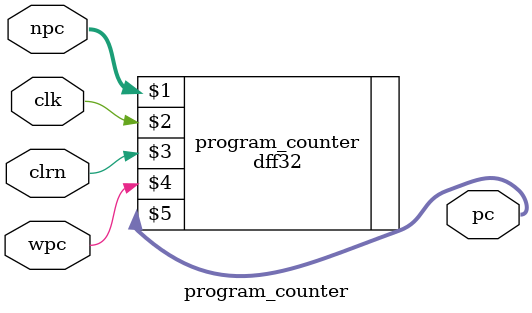
<source format=v>
`timescale 1ns / 1ps
module program_counter(clk,clrn,npc, wpc,pc
                      );
input clk, clrn;
input [31:0] npc;		//输入下一题指令地址
input wpc;
output [31:0] pc;		//输出指令地址

dff32 program_counter(npc,clk,clrn, wpc, pc);   //利用32位的D触发器实现PC

endmodule

</source>
